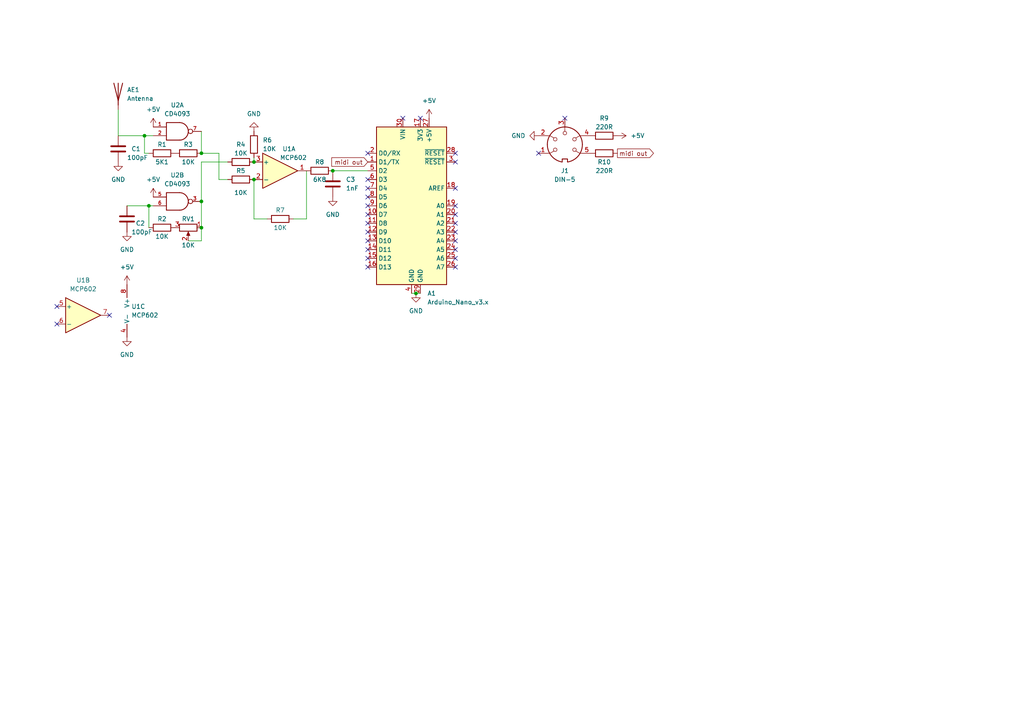
<source format=kicad_sch>
(kicad_sch (version 20211123) (generator eeschema)

  (uuid e63e39d7-6ac0-4ffd-8aa3-1841a4541b55)

  (paper "A4")

  (lib_symbols
    (symbol "74xGxx:74AHC2G00" (pin_names (offset 1.016)) (in_bom yes) (on_board yes)
      (property "Reference" "U" (id 0) (at -2.54 3.81 0)
        (effects (font (size 1.27 1.27)))
      )
      (property "Value" "74AHC2G00" (id 1) (at 0 -3.81 0)
        (effects (font (size 1.27 1.27)))
      )
      (property "Footprint" "" (id 2) (at 0 0 0)
        (effects (font (size 1.27 1.27)) hide)
      )
      (property "Datasheet" "https://assets.nexperia.com/documents/data-sheet/74AHC_AHCT2G00.pdf" (id 3) (at 0 0 0)
        (effects (font (size 1.27 1.27)) hide)
      )
      (property "ki_keywords" "Dual Gate NAND LVC CMOS" (id 4) (at 0 0 0)
        (effects (font (size 1.27 1.27)) hide)
      )
      (property "ki_description" "Dual NAND Gate, High-speed Si-gate CMOS" (id 5) (at 0 0 0)
        (effects (font (size 1.27 1.27)) hide)
      )
      (property "ki_fp_filters" "SSOP* VSSOP*" (id 6) (at 0 0 0)
        (effects (font (size 1.27 1.27)) hide)
      )
      (symbol "74AHC2G00_0_1"
        (arc (start 0 -2.54) (mid 2.54 0) (end 0 2.54)
          (stroke (width 0.254) (type default) (color 0 0 0 0))
          (fill (type none))
        )
        (polyline
          (pts
            (xy 0 -2.54)
            (xy -3.81 -2.54)
            (xy -3.81 2.54)
            (xy 0 2.54)
          )
          (stroke (width 0.254) (type default) (color 0 0 0 0))
          (fill (type none))
        )
        (pin power_in line (at 0 -2.54 270) (length 0) hide
          (name "GND" (effects (font (size 1.016 1.016))))
          (number "4" (effects (font (size 1.016 1.016))))
        )
        (pin power_in line (at 0 2.54 90) (length 0) hide
          (name "VCC" (effects (font (size 1.016 1.016))))
          (number "8" (effects (font (size 1.016 1.016))))
        )
      )
      (symbol "74AHC2G00_1_1"
        (pin input line (at -7.62 1.27 0) (length 3.81)
          (name "~" (effects (font (size 1.016 1.016))))
          (number "1" (effects (font (size 1.016 1.016))))
        )
        (pin input line (at -7.62 -1.27 0) (length 3.81)
          (name "~" (effects (font (size 1.016 1.016))))
          (number "2" (effects (font (size 1.016 1.016))))
        )
        (pin output inverted (at 6.35 0 180) (length 3.81)
          (name "~" (effects (font (size 1.016 1.016))))
          (number "7" (effects (font (size 1.016 1.016))))
        )
      )
      (symbol "74AHC2G00_2_1"
        (pin output inverted (at 6.35 0 180) (length 3.81)
          (name "~" (effects (font (size 1.016 1.016))))
          (number "3" (effects (font (size 1.016 1.016))))
        )
        (pin input line (at -7.62 1.27 0) (length 3.81)
          (name "~" (effects (font (size 1.016 1.016))))
          (number "5" (effects (font (size 1.016 1.016))))
        )
        (pin input line (at -7.62 -1.27 0) (length 3.81)
          (name "~" (effects (font (size 1.016 1.016))))
          (number "6" (effects (font (size 1.016 1.016))))
        )
      )
    )
    (symbol "Amplifier_Operational:MCP602" (pin_names (offset 0.127)) (in_bom yes) (on_board yes)
      (property "Reference" "U" (id 0) (at 0 5.08 0)
        (effects (font (size 1.27 1.27)) (justify left))
      )
      (property "Value" "MCP602" (id 1) (at 0 -5.08 0)
        (effects (font (size 1.27 1.27)) (justify left))
      )
      (property "Footprint" "" (id 2) (at 0 0 0)
        (effects (font (size 1.27 1.27)) hide)
      )
      (property "Datasheet" "http://ww1.microchip.com/downloads/en/DeviceDoc/21314g.pdf" (id 3) (at 0 0 0)
        (effects (font (size 1.27 1.27)) hide)
      )
      (property "ki_locked" "" (id 4) (at 0 0 0)
        (effects (font (size 1.27 1.27)))
      )
      (property "ki_keywords" "dual opamp" (id 5) (at 0 0 0)
        (effects (font (size 1.27 1.27)) hide)
      )
      (property "ki_description" "Dual 2.7V to 6.0V Single Supply CMOS Op Amps, DIP-8/SOIC-8/TSSOP-8" (id 6) (at 0 0 0)
        (effects (font (size 1.27 1.27)) hide)
      )
      (property "ki_fp_filters" "SOIC*3.9x4.9mm*P1.27mm* DIP*W7.62mm* TO*99* OnSemi*Micro8* TSSOP*3x3mm*P0.65mm* TSSOP*4.4x3mm*P0.65mm* MSOP*3x3mm*P0.65mm* SSOP*3.9x4.9mm*P0.635mm* LFCSP*2x2mm*P0.5mm* *SIP* SOIC*5.3x6.2mm*P1.27mm*" (id 7) (at 0 0 0)
        (effects (font (size 1.27 1.27)) hide)
      )
      (symbol "MCP602_1_1"
        (polyline
          (pts
            (xy -5.08 5.08)
            (xy 5.08 0)
            (xy -5.08 -5.08)
            (xy -5.08 5.08)
          )
          (stroke (width 0.254) (type default) (color 0 0 0 0))
          (fill (type background))
        )
        (pin output line (at 7.62 0 180) (length 2.54)
          (name "~" (effects (font (size 1.27 1.27))))
          (number "1" (effects (font (size 1.27 1.27))))
        )
        (pin input line (at -7.62 -2.54 0) (length 2.54)
          (name "-" (effects (font (size 1.27 1.27))))
          (number "2" (effects (font (size 1.27 1.27))))
        )
        (pin input line (at -7.62 2.54 0) (length 2.54)
          (name "+" (effects (font (size 1.27 1.27))))
          (number "3" (effects (font (size 1.27 1.27))))
        )
      )
      (symbol "MCP602_2_1"
        (polyline
          (pts
            (xy -5.08 5.08)
            (xy 5.08 0)
            (xy -5.08 -5.08)
            (xy -5.08 5.08)
          )
          (stroke (width 0.254) (type default) (color 0 0 0 0))
          (fill (type background))
        )
        (pin input line (at -7.62 2.54 0) (length 2.54)
          (name "+" (effects (font (size 1.27 1.27))))
          (number "5" (effects (font (size 1.27 1.27))))
        )
        (pin input line (at -7.62 -2.54 0) (length 2.54)
          (name "-" (effects (font (size 1.27 1.27))))
          (number "6" (effects (font (size 1.27 1.27))))
        )
        (pin output line (at 7.62 0 180) (length 2.54)
          (name "~" (effects (font (size 1.27 1.27))))
          (number "7" (effects (font (size 1.27 1.27))))
        )
      )
      (symbol "MCP602_3_1"
        (pin power_in line (at -2.54 -7.62 90) (length 3.81)
          (name "V-" (effects (font (size 1.27 1.27))))
          (number "4" (effects (font (size 1.27 1.27))))
        )
        (pin power_in line (at -2.54 7.62 270) (length 3.81)
          (name "V+" (effects (font (size 1.27 1.27))))
          (number "8" (effects (font (size 1.27 1.27))))
        )
      )
    )
    (symbol "Connector:DIN-5" (pin_names (offset 1.016)) (in_bom yes) (on_board yes)
      (property "Reference" "J" (id 0) (at 3.175 5.715 0)
        (effects (font (size 1.27 1.27)))
      )
      (property "Value" "DIN-5" (id 1) (at 0 -6.35 0)
        (effects (font (size 1.27 1.27)))
      )
      (property "Footprint" "" (id 2) (at 0 0 0)
        (effects (font (size 1.27 1.27)) hide)
      )
      (property "Datasheet" "http://www.mouser.com/ds/2/18/40_c091_abd_e-75918.pdf" (id 3) (at 0 0 0)
        (effects (font (size 1.27 1.27)) hide)
      )
      (property "ki_keywords" "circular DIN connector" (id 4) (at 0 0 0)
        (effects (font (size 1.27 1.27)) hide)
      )
      (property "ki_description" "5-pin DIN connector" (id 5) (at 0 0 0)
        (effects (font (size 1.27 1.27)) hide)
      )
      (property "ki_fp_filters" "DIN*" (id 6) (at 0 0 0)
        (effects (font (size 1.27 1.27)) hide)
      )
      (symbol "DIN-5_0_1"
        (arc (start -5.08 0) (mid -3.8597 -3.3379) (end -0.762 -5.08)
          (stroke (width 0.254) (type default) (color 0 0 0 0))
          (fill (type none))
        )
        (circle (center -2.794 -1.524) (radius 0.508)
          (stroke (width 0) (type default) (color 0 0 0 0))
          (fill (type none))
        )
        (circle (center -2.794 1.524) (radius 0.508)
          (stroke (width 0) (type default) (color 0 0 0 0))
          (fill (type none))
        )
        (polyline
          (pts
            (xy 0 5.08)
            (xy 0 3.81)
          )
          (stroke (width 0) (type default) (color 0 0 0 0))
          (fill (type none))
        )
        (polyline
          (pts
            (xy -5.08 -2.54)
            (xy -4.318 -2.54)
            (xy -3.175 -1.905)
          )
          (stroke (width 0) (type default) (color 0 0 0 0))
          (fill (type none))
        )
        (polyline
          (pts
            (xy -5.08 2.54)
            (xy -4.318 2.54)
            (xy -3.175 1.905)
          )
          (stroke (width 0) (type default) (color 0 0 0 0))
          (fill (type none))
        )
        (polyline
          (pts
            (xy 5.08 -2.54)
            (xy 4.318 -2.54)
            (xy 3.175 -1.905)
          )
          (stroke (width 0) (type default) (color 0 0 0 0))
          (fill (type none))
        )
        (polyline
          (pts
            (xy 5.08 2.54)
            (xy 4.318 2.54)
            (xy 3.175 1.905)
          )
          (stroke (width 0) (type default) (color 0 0 0 0))
          (fill (type none))
        )
        (polyline
          (pts
            (xy -0.762 -4.953)
            (xy -0.762 -4.191)
            (xy 0.762 -4.191)
            (xy 0.762 -4.953)
          )
          (stroke (width 0.254) (type default) (color 0 0 0 0))
          (fill (type none))
        )
        (circle (center 0 3.302) (radius 0.508)
          (stroke (width 0) (type default) (color 0 0 0 0))
          (fill (type none))
        )
        (arc (start 0.762 -5.08) (mid 3.8673 -3.3444) (end 5.08 0)
          (stroke (width 0.254) (type default) (color 0 0 0 0))
          (fill (type none))
        )
        (circle (center 2.794 -1.524) (radius 0.508)
          (stroke (width 0) (type default) (color 0 0 0 0))
          (fill (type none))
        )
        (circle (center 2.794 1.524) (radius 0.508)
          (stroke (width 0) (type default) (color 0 0 0 0))
          (fill (type none))
        )
        (arc (start 5.08 0) (mid 0 5.08) (end -5.08 0)
          (stroke (width 0.254) (type default) (color 0 0 0 0))
          (fill (type none))
        )
      )
      (symbol "DIN-5_1_1"
        (pin passive line (at -7.62 -2.54 0) (length 2.54)
          (name "~" (effects (font (size 1.27 1.27))))
          (number "1" (effects (font (size 1.27 1.27))))
        )
        (pin passive line (at -7.62 2.54 0) (length 2.54)
          (name "~" (effects (font (size 1.27 1.27))))
          (number "2" (effects (font (size 1.27 1.27))))
        )
        (pin passive line (at 0 7.62 270) (length 2.54)
          (name "~" (effects (font (size 1.27 1.27))))
          (number "3" (effects (font (size 1.27 1.27))))
        )
        (pin passive line (at 7.62 2.54 180) (length 2.54)
          (name "~" (effects (font (size 1.27 1.27))))
          (number "4" (effects (font (size 1.27 1.27))))
        )
        (pin passive line (at 7.62 -2.54 180) (length 2.54)
          (name "~" (effects (font (size 1.27 1.27))))
          (number "5" (effects (font (size 1.27 1.27))))
        )
      )
    )
    (symbol "Device:Antenna" (pin_numbers hide) (pin_names (offset 1.016) hide) (in_bom yes) (on_board yes)
      (property "Reference" "AE" (id 0) (at -1.905 1.905 0)
        (effects (font (size 1.27 1.27)) (justify right))
      )
      (property "Value" "Antenna" (id 1) (at -1.905 0 0)
        (effects (font (size 1.27 1.27)) (justify right))
      )
      (property "Footprint" "" (id 2) (at 0 0 0)
        (effects (font (size 1.27 1.27)) hide)
      )
      (property "Datasheet" "~" (id 3) (at 0 0 0)
        (effects (font (size 1.27 1.27)) hide)
      )
      (property "ki_keywords" "antenna" (id 4) (at 0 0 0)
        (effects (font (size 1.27 1.27)) hide)
      )
      (property "ki_description" "Antenna" (id 5) (at 0 0 0)
        (effects (font (size 1.27 1.27)) hide)
      )
      (symbol "Antenna_0_1"
        (polyline
          (pts
            (xy 0 2.54)
            (xy 0 -3.81)
          )
          (stroke (width 0.254) (type default) (color 0 0 0 0))
          (fill (type none))
        )
        (polyline
          (pts
            (xy 1.27 2.54)
            (xy 0 -2.54)
            (xy -1.27 2.54)
          )
          (stroke (width 0.254) (type default) (color 0 0 0 0))
          (fill (type none))
        )
      )
      (symbol "Antenna_1_1"
        (pin input line (at 0 -5.08 90) (length 2.54)
          (name "A" (effects (font (size 1.27 1.27))))
          (number "1" (effects (font (size 1.27 1.27))))
        )
      )
    )
    (symbol "Device:C" (pin_numbers hide) (pin_names (offset 0.254)) (in_bom yes) (on_board yes)
      (property "Reference" "C" (id 0) (at 0.635 2.54 0)
        (effects (font (size 1.27 1.27)) (justify left))
      )
      (property "Value" "C" (id 1) (at 0.635 -2.54 0)
        (effects (font (size 1.27 1.27)) (justify left))
      )
      (property "Footprint" "" (id 2) (at 0.9652 -3.81 0)
        (effects (font (size 1.27 1.27)) hide)
      )
      (property "Datasheet" "~" (id 3) (at 0 0 0)
        (effects (font (size 1.27 1.27)) hide)
      )
      (property "ki_keywords" "cap capacitor" (id 4) (at 0 0 0)
        (effects (font (size 1.27 1.27)) hide)
      )
      (property "ki_description" "Unpolarized capacitor" (id 5) (at 0 0 0)
        (effects (font (size 1.27 1.27)) hide)
      )
      (property "ki_fp_filters" "C_*" (id 6) (at 0 0 0)
        (effects (font (size 1.27 1.27)) hide)
      )
      (symbol "C_0_1"
        (polyline
          (pts
            (xy -2.032 -0.762)
            (xy 2.032 -0.762)
          )
          (stroke (width 0.508) (type default) (color 0 0 0 0))
          (fill (type none))
        )
        (polyline
          (pts
            (xy -2.032 0.762)
            (xy 2.032 0.762)
          )
          (stroke (width 0.508) (type default) (color 0 0 0 0))
          (fill (type none))
        )
      )
      (symbol "C_1_1"
        (pin passive line (at 0 3.81 270) (length 2.794)
          (name "~" (effects (font (size 1.27 1.27))))
          (number "1" (effects (font (size 1.27 1.27))))
        )
        (pin passive line (at 0 -3.81 90) (length 2.794)
          (name "~" (effects (font (size 1.27 1.27))))
          (number "2" (effects (font (size 1.27 1.27))))
        )
      )
    )
    (symbol "Device:R" (pin_numbers hide) (pin_names (offset 0)) (in_bom yes) (on_board yes)
      (property "Reference" "R" (id 0) (at 2.032 0 90)
        (effects (font (size 1.27 1.27)))
      )
      (property "Value" "R" (id 1) (at 0 0 90)
        (effects (font (size 1.27 1.27)))
      )
      (property "Footprint" "" (id 2) (at -1.778 0 90)
        (effects (font (size 1.27 1.27)) hide)
      )
      (property "Datasheet" "~" (id 3) (at 0 0 0)
        (effects (font (size 1.27 1.27)) hide)
      )
      (property "ki_keywords" "R res resistor" (id 4) (at 0 0 0)
        (effects (font (size 1.27 1.27)) hide)
      )
      (property "ki_description" "Resistor" (id 5) (at 0 0 0)
        (effects (font (size 1.27 1.27)) hide)
      )
      (property "ki_fp_filters" "R_*" (id 6) (at 0 0 0)
        (effects (font (size 1.27 1.27)) hide)
      )
      (symbol "R_0_1"
        (rectangle (start -1.016 -2.54) (end 1.016 2.54)
          (stroke (width 0.254) (type default) (color 0 0 0 0))
          (fill (type none))
        )
      )
      (symbol "R_1_1"
        (pin passive line (at 0 3.81 270) (length 1.27)
          (name "~" (effects (font (size 1.27 1.27))))
          (number "1" (effects (font (size 1.27 1.27))))
        )
        (pin passive line (at 0 -3.81 90) (length 1.27)
          (name "~" (effects (font (size 1.27 1.27))))
          (number "2" (effects (font (size 1.27 1.27))))
        )
      )
    )
    (symbol "Device:R_Potentiometer" (pin_names (offset 1.016) hide) (in_bom yes) (on_board yes)
      (property "Reference" "RV" (id 0) (at -4.445 0 90)
        (effects (font (size 1.27 1.27)))
      )
      (property "Value" "R_Potentiometer" (id 1) (at -2.54 0 90)
        (effects (font (size 1.27 1.27)))
      )
      (property "Footprint" "" (id 2) (at 0 0 0)
        (effects (font (size 1.27 1.27)) hide)
      )
      (property "Datasheet" "~" (id 3) (at 0 0 0)
        (effects (font (size 1.27 1.27)) hide)
      )
      (property "ki_keywords" "resistor variable" (id 4) (at 0 0 0)
        (effects (font (size 1.27 1.27)) hide)
      )
      (property "ki_description" "Potentiometer" (id 5) (at 0 0 0)
        (effects (font (size 1.27 1.27)) hide)
      )
      (property "ki_fp_filters" "Potentiometer*" (id 6) (at 0 0 0)
        (effects (font (size 1.27 1.27)) hide)
      )
      (symbol "R_Potentiometer_0_1"
        (polyline
          (pts
            (xy 2.54 0)
            (xy 1.524 0)
          )
          (stroke (width 0) (type default) (color 0 0 0 0))
          (fill (type none))
        )
        (polyline
          (pts
            (xy 1.143 0)
            (xy 2.286 0.508)
            (xy 2.286 -0.508)
            (xy 1.143 0)
          )
          (stroke (width 0) (type default) (color 0 0 0 0))
          (fill (type outline))
        )
        (rectangle (start 1.016 2.54) (end -1.016 -2.54)
          (stroke (width 0.254) (type default) (color 0 0 0 0))
          (fill (type none))
        )
      )
      (symbol "R_Potentiometer_1_1"
        (pin passive line (at 0 3.81 270) (length 1.27)
          (name "1" (effects (font (size 1.27 1.27))))
          (number "1" (effects (font (size 1.27 1.27))))
        )
        (pin passive line (at 3.81 0 180) (length 1.27)
          (name "2" (effects (font (size 1.27 1.27))))
          (number "2" (effects (font (size 1.27 1.27))))
        )
        (pin passive line (at 0 -3.81 90) (length 1.27)
          (name "3" (effects (font (size 1.27 1.27))))
          (number "3" (effects (font (size 1.27 1.27))))
        )
      )
    )
    (symbol "MCU_Module:Arduino_Nano_v3.x" (in_bom yes) (on_board yes)
      (property "Reference" "A" (id 0) (at -10.16 23.495 0)
        (effects (font (size 1.27 1.27)) (justify left bottom))
      )
      (property "Value" "Arduino_Nano_v3.x" (id 1) (at 5.08 -24.13 0)
        (effects (font (size 1.27 1.27)) (justify left top))
      )
      (property "Footprint" "Module:Arduino_Nano" (id 2) (at 0 0 0)
        (effects (font (size 1.27 1.27) italic) hide)
      )
      (property "Datasheet" "http://www.mouser.com/pdfdocs/Gravitech_Arduino_Nano3_0.pdf" (id 3) (at 0 0 0)
        (effects (font (size 1.27 1.27)) hide)
      )
      (property "ki_keywords" "Arduino nano microcontroller module USB" (id 4) (at 0 0 0)
        (effects (font (size 1.27 1.27)) hide)
      )
      (property "ki_description" "Arduino Nano v3.x" (id 5) (at 0 0 0)
        (effects (font (size 1.27 1.27)) hide)
      )
      (property "ki_fp_filters" "Arduino*Nano*" (id 6) (at 0 0 0)
        (effects (font (size 1.27 1.27)) hide)
      )
      (symbol "Arduino_Nano_v3.x_0_1"
        (rectangle (start -10.16 22.86) (end 10.16 -22.86)
          (stroke (width 0.254) (type default) (color 0 0 0 0))
          (fill (type background))
        )
      )
      (symbol "Arduino_Nano_v3.x_1_1"
        (pin bidirectional line (at -12.7 12.7 0) (length 2.54)
          (name "D1/TX" (effects (font (size 1.27 1.27))))
          (number "1" (effects (font (size 1.27 1.27))))
        )
        (pin bidirectional line (at -12.7 -2.54 0) (length 2.54)
          (name "D7" (effects (font (size 1.27 1.27))))
          (number "10" (effects (font (size 1.27 1.27))))
        )
        (pin bidirectional line (at -12.7 -5.08 0) (length 2.54)
          (name "D8" (effects (font (size 1.27 1.27))))
          (number "11" (effects (font (size 1.27 1.27))))
        )
        (pin bidirectional line (at -12.7 -7.62 0) (length 2.54)
          (name "D9" (effects (font (size 1.27 1.27))))
          (number "12" (effects (font (size 1.27 1.27))))
        )
        (pin bidirectional line (at -12.7 -10.16 0) (length 2.54)
          (name "D10" (effects (font (size 1.27 1.27))))
          (number "13" (effects (font (size 1.27 1.27))))
        )
        (pin bidirectional line (at -12.7 -12.7 0) (length 2.54)
          (name "D11" (effects (font (size 1.27 1.27))))
          (number "14" (effects (font (size 1.27 1.27))))
        )
        (pin bidirectional line (at -12.7 -15.24 0) (length 2.54)
          (name "D12" (effects (font (size 1.27 1.27))))
          (number "15" (effects (font (size 1.27 1.27))))
        )
        (pin bidirectional line (at -12.7 -17.78 0) (length 2.54)
          (name "D13" (effects (font (size 1.27 1.27))))
          (number "16" (effects (font (size 1.27 1.27))))
        )
        (pin power_out line (at 2.54 25.4 270) (length 2.54)
          (name "3V3" (effects (font (size 1.27 1.27))))
          (number "17" (effects (font (size 1.27 1.27))))
        )
        (pin input line (at 12.7 5.08 180) (length 2.54)
          (name "AREF" (effects (font (size 1.27 1.27))))
          (number "18" (effects (font (size 1.27 1.27))))
        )
        (pin bidirectional line (at 12.7 0 180) (length 2.54)
          (name "A0" (effects (font (size 1.27 1.27))))
          (number "19" (effects (font (size 1.27 1.27))))
        )
        (pin bidirectional line (at -12.7 15.24 0) (length 2.54)
          (name "D0/RX" (effects (font (size 1.27 1.27))))
          (number "2" (effects (font (size 1.27 1.27))))
        )
        (pin bidirectional line (at 12.7 -2.54 180) (length 2.54)
          (name "A1" (effects (font (size 1.27 1.27))))
          (number "20" (effects (font (size 1.27 1.27))))
        )
        (pin bidirectional line (at 12.7 -5.08 180) (length 2.54)
          (name "A2" (effects (font (size 1.27 1.27))))
          (number "21" (effects (font (size 1.27 1.27))))
        )
        (pin bidirectional line (at 12.7 -7.62 180) (length 2.54)
          (name "A3" (effects (font (size 1.27 1.27))))
          (number "22" (effects (font (size 1.27 1.27))))
        )
        (pin bidirectional line (at 12.7 -10.16 180) (length 2.54)
          (name "A4" (effects (font (size 1.27 1.27))))
          (number "23" (effects (font (size 1.27 1.27))))
        )
        (pin bidirectional line (at 12.7 -12.7 180) (length 2.54)
          (name "A5" (effects (font (size 1.27 1.27))))
          (number "24" (effects (font (size 1.27 1.27))))
        )
        (pin bidirectional line (at 12.7 -15.24 180) (length 2.54)
          (name "A6" (effects (font (size 1.27 1.27))))
          (number "25" (effects (font (size 1.27 1.27))))
        )
        (pin bidirectional line (at 12.7 -17.78 180) (length 2.54)
          (name "A7" (effects (font (size 1.27 1.27))))
          (number "26" (effects (font (size 1.27 1.27))))
        )
        (pin power_out line (at 5.08 25.4 270) (length 2.54)
          (name "+5V" (effects (font (size 1.27 1.27))))
          (number "27" (effects (font (size 1.27 1.27))))
        )
        (pin input line (at 12.7 15.24 180) (length 2.54)
          (name "~{RESET}" (effects (font (size 1.27 1.27))))
          (number "28" (effects (font (size 1.27 1.27))))
        )
        (pin power_in line (at 2.54 -25.4 90) (length 2.54)
          (name "GND" (effects (font (size 1.27 1.27))))
          (number "29" (effects (font (size 1.27 1.27))))
        )
        (pin input line (at 12.7 12.7 180) (length 2.54)
          (name "~{RESET}" (effects (font (size 1.27 1.27))))
          (number "3" (effects (font (size 1.27 1.27))))
        )
        (pin power_in line (at -2.54 25.4 270) (length 2.54)
          (name "VIN" (effects (font (size 1.27 1.27))))
          (number "30" (effects (font (size 1.27 1.27))))
        )
        (pin power_in line (at 0 -25.4 90) (length 2.54)
          (name "GND" (effects (font (size 1.27 1.27))))
          (number "4" (effects (font (size 1.27 1.27))))
        )
        (pin bidirectional line (at -12.7 10.16 0) (length 2.54)
          (name "D2" (effects (font (size 1.27 1.27))))
          (number "5" (effects (font (size 1.27 1.27))))
        )
        (pin bidirectional line (at -12.7 7.62 0) (length 2.54)
          (name "D3" (effects (font (size 1.27 1.27))))
          (number "6" (effects (font (size 1.27 1.27))))
        )
        (pin bidirectional line (at -12.7 5.08 0) (length 2.54)
          (name "D4" (effects (font (size 1.27 1.27))))
          (number "7" (effects (font (size 1.27 1.27))))
        )
        (pin bidirectional line (at -12.7 2.54 0) (length 2.54)
          (name "D5" (effects (font (size 1.27 1.27))))
          (number "8" (effects (font (size 1.27 1.27))))
        )
        (pin bidirectional line (at -12.7 0 0) (length 2.54)
          (name "D6" (effects (font (size 1.27 1.27))))
          (number "9" (effects (font (size 1.27 1.27))))
        )
      )
    )
    (symbol "power:+5V" (power) (pin_names (offset 0)) (in_bom yes) (on_board yes)
      (property "Reference" "#PWR" (id 0) (at 0 -3.81 0)
        (effects (font (size 1.27 1.27)) hide)
      )
      (property "Value" "+5V" (id 1) (at 0 3.556 0)
        (effects (font (size 1.27 1.27)))
      )
      (property "Footprint" "" (id 2) (at 0 0 0)
        (effects (font (size 1.27 1.27)) hide)
      )
      (property "Datasheet" "" (id 3) (at 0 0 0)
        (effects (font (size 1.27 1.27)) hide)
      )
      (property "ki_keywords" "power-flag" (id 4) (at 0 0 0)
        (effects (font (size 1.27 1.27)) hide)
      )
      (property "ki_description" "Power symbol creates a global label with name \"+5V\"" (id 5) (at 0 0 0)
        (effects (font (size 1.27 1.27)) hide)
      )
      (symbol "+5V_0_1"
        (polyline
          (pts
            (xy -0.762 1.27)
            (xy 0 2.54)
          )
          (stroke (width 0) (type default) (color 0 0 0 0))
          (fill (type none))
        )
        (polyline
          (pts
            (xy 0 0)
            (xy 0 2.54)
          )
          (stroke (width 0) (type default) (color 0 0 0 0))
          (fill (type none))
        )
        (polyline
          (pts
            (xy 0 2.54)
            (xy 0.762 1.27)
          )
          (stroke (width 0) (type default) (color 0 0 0 0))
          (fill (type none))
        )
      )
      (symbol "+5V_1_1"
        (pin power_in line (at 0 0 90) (length 0) hide
          (name "+5V" (effects (font (size 1.27 1.27))))
          (number "1" (effects (font (size 1.27 1.27))))
        )
      )
    )
    (symbol "power:GND" (power) (pin_names (offset 0)) (in_bom yes) (on_board yes)
      (property "Reference" "#PWR" (id 0) (at 0 -6.35 0)
        (effects (font (size 1.27 1.27)) hide)
      )
      (property "Value" "GND" (id 1) (at 0 -3.81 0)
        (effects (font (size 1.27 1.27)))
      )
      (property "Footprint" "" (id 2) (at 0 0 0)
        (effects (font (size 1.27 1.27)) hide)
      )
      (property "Datasheet" "" (id 3) (at 0 0 0)
        (effects (font (size 1.27 1.27)) hide)
      )
      (property "ki_keywords" "power-flag" (id 4) (at 0 0 0)
        (effects (font (size 1.27 1.27)) hide)
      )
      (property "ki_description" "Power symbol creates a global label with name \"GND\" , ground" (id 5) (at 0 0 0)
        (effects (font (size 1.27 1.27)) hide)
      )
      (symbol "GND_0_1"
        (polyline
          (pts
            (xy 0 0)
            (xy 0 -1.27)
            (xy 1.27 -1.27)
            (xy 0 -2.54)
            (xy -1.27 -1.27)
            (xy 0 -1.27)
          )
          (stroke (width 0) (type default) (color 0 0 0 0))
          (fill (type none))
        )
      )
      (symbol "GND_1_1"
        (pin power_in line (at 0 0 270) (length 0) hide
          (name "GND" (effects (font (size 1.27 1.27))))
          (number "1" (effects (font (size 1.27 1.27))))
        )
      )
    )
  )

  (junction (at 58.42 58.42) (diameter 0) (color 0 0 0 0)
    (uuid 00c30879-adc7-4207-8e73-00157cbddd32)
  )
  (junction (at 58.42 44.45) (diameter 0) (color 0 0 0 0)
    (uuid 20b5a6f4-ced3-46a8-849d-7923547e060a)
  )
  (junction (at 73.66 52.07) (diameter 0) (color 0 0 0 0)
    (uuid 8edc1b10-439e-482c-b656-480b82708652)
  )
  (junction (at 58.42 66.04) (diameter 0) (color 0 0 0 0)
    (uuid 8fabe4c0-ca71-4527-8f87-324a597e7a20)
  )
  (junction (at 41.91 39.37) (diameter 0) (color 0 0 0 0)
    (uuid 9d571d20-99ec-429e-a321-8982be849846)
  )
  (junction (at 96.52 49.53) (diameter 0) (color 0 0 0 0)
    (uuid 9f60c3c7-04ac-4715-a363-731c98664932)
  )
  (junction (at 43.18 59.69) (diameter 0) (color 0 0 0 0)
    (uuid b540a3cf-9095-450b-b8f8-313f155f1b26)
  )
  (junction (at 120.65 85.09) (diameter 0) (color 0 0 0 0)
    (uuid daab9ceb-c23e-421d-a33a-0f0c64157df0)
  )
  (junction (at 73.66 46.99) (diameter 0) (color 0 0 0 0)
    (uuid dcf85b2e-72b7-41cb-87a0-2413166cc235)
  )

  (no_connect (at 31.75 91.44) (uuid 13bab6b5-0a6b-4f19-86dc-f14d697fc29e))
  (no_connect (at 16.51 93.98) (uuid 13bab6b5-0a6b-4f19-86dc-f14d697fc29f))
  (no_connect (at 16.51 88.9) (uuid 13bab6b5-0a6b-4f19-86dc-f14d697fc2a0))
  (no_connect (at 106.68 69.85) (uuid 13bab6b5-0a6b-4f19-86dc-f14d697fc2a1))
  (no_connect (at 106.68 72.39) (uuid 13bab6b5-0a6b-4f19-86dc-f14d697fc2a2))
  (no_connect (at 106.68 74.93) (uuid 13bab6b5-0a6b-4f19-86dc-f14d697fc2a3))
  (no_connect (at 106.68 77.47) (uuid 13bab6b5-0a6b-4f19-86dc-f14d697fc2a4))
  (no_connect (at 132.08 77.47) (uuid 13bab6b5-0a6b-4f19-86dc-f14d697fc2a5))
  (no_connect (at 132.08 74.93) (uuid 13bab6b5-0a6b-4f19-86dc-f14d697fc2a6))
  (no_connect (at 132.08 72.39) (uuid 13bab6b5-0a6b-4f19-86dc-f14d697fc2a7))
  (no_connect (at 132.08 69.85) (uuid 13bab6b5-0a6b-4f19-86dc-f14d697fc2a8))
  (no_connect (at 156.21 44.45) (uuid 13bab6b5-0a6b-4f19-86dc-f14d697fc2a9))
  (no_connect (at 163.83 34.29) (uuid 13bab6b5-0a6b-4f19-86dc-f14d697fc2aa))
  (no_connect (at 106.68 54.61) (uuid 13bab6b5-0a6b-4f19-86dc-f14d697fc2ab))
  (no_connect (at 106.68 52.07) (uuid 13bab6b5-0a6b-4f19-86dc-f14d697fc2ac))
  (no_connect (at 106.68 57.15) (uuid 13bab6b5-0a6b-4f19-86dc-f14d697fc2ad))
  (no_connect (at 106.68 59.69) (uuid 13bab6b5-0a6b-4f19-86dc-f14d697fc2ae))
  (no_connect (at 106.68 62.23) (uuid 13bab6b5-0a6b-4f19-86dc-f14d697fc2af))
  (no_connect (at 106.68 64.77) (uuid 13bab6b5-0a6b-4f19-86dc-f14d697fc2b0))
  (no_connect (at 106.68 67.31) (uuid 13bab6b5-0a6b-4f19-86dc-f14d697fc2b1))
  (no_connect (at 116.84 34.29) (uuid 13bab6b5-0a6b-4f19-86dc-f14d697fc2b2))
  (no_connect (at 121.92 34.29) (uuid 13bab6b5-0a6b-4f19-86dc-f14d697fc2b3))
  (no_connect (at 106.68 44.45) (uuid 13bab6b5-0a6b-4f19-86dc-f14d697fc2b4))
  (no_connect (at 132.08 67.31) (uuid 13bab6b5-0a6b-4f19-86dc-f14d697fc2b5))
  (no_connect (at 132.08 64.77) (uuid 13bab6b5-0a6b-4f19-86dc-f14d697fc2b6))
  (no_connect (at 132.08 62.23) (uuid 13bab6b5-0a6b-4f19-86dc-f14d697fc2b7))
  (no_connect (at 132.08 59.69) (uuid 13bab6b5-0a6b-4f19-86dc-f14d697fc2b8))
  (no_connect (at 132.08 46.99) (uuid 9b5550d8-2672-4852-a454-13f39a178467))
  (no_connect (at 132.08 44.45) (uuid 9b5550d8-2672-4852-a454-13f39a178468))
  (no_connect (at 132.08 54.61) (uuid 9b5550d8-2672-4852-a454-13f39a178469))

  (wire (pts (xy 41.91 39.37) (xy 41.91 44.45))
    (stroke (width 0) (type default) (color 0 0 0 0))
    (uuid 054e6357-b3a2-41dd-bdee-db9c4bb94842)
  )
  (wire (pts (xy 120.65 85.09) (xy 121.92 85.09))
    (stroke (width 0) (type default) (color 0 0 0 0))
    (uuid 1751fc7c-d5e9-4972-b95e-6401e0b44f2f)
  )
  (wire (pts (xy 34.29 31.75) (xy 34.29 39.37))
    (stroke (width 0) (type default) (color 0 0 0 0))
    (uuid 2251a3c2-fb48-4ef6-9776-e36c07a3aa92)
  )
  (wire (pts (xy 119.38 85.09) (xy 120.65 85.09))
    (stroke (width 0) (type default) (color 0 0 0 0))
    (uuid 23749240-7ecb-4a95-929f-89d303558443)
  )
  (wire (pts (xy 88.9 63.5) (xy 88.9 49.53))
    (stroke (width 0) (type default) (color 0 0 0 0))
    (uuid 2e0e39d4-7584-4cdd-8749-f86fe65ad280)
  )
  (wire (pts (xy 73.66 45.72) (xy 73.66 46.99))
    (stroke (width 0) (type default) (color 0 0 0 0))
    (uuid 347372a6-3973-4eaf-8aa7-9b4ab7d3e280)
  )
  (wire (pts (xy 85.09 63.5) (xy 88.9 63.5))
    (stroke (width 0) (type default) (color 0 0 0 0))
    (uuid 3d0830da-df25-4460-9945-520bd6fc127e)
  )
  (wire (pts (xy 43.18 59.69) (xy 44.45 59.69))
    (stroke (width 0) (type default) (color 0 0 0 0))
    (uuid 3d120625-8b7a-45a2-be95-8aba482d94a7)
  )
  (wire (pts (xy 73.66 63.5) (xy 77.47 63.5))
    (stroke (width 0) (type default) (color 0 0 0 0))
    (uuid 3d28242e-3906-4d78-b228-7adc793cefd1)
  )
  (wire (pts (xy 58.42 69.85) (xy 58.42 66.04))
    (stroke (width 0) (type default) (color 0 0 0 0))
    (uuid 3eb7348b-0bd1-415b-8cb5-112b1857b2bb)
  )
  (wire (pts (xy 58.42 46.99) (xy 66.04 46.99))
    (stroke (width 0) (type default) (color 0 0 0 0))
    (uuid 4ba93efa-1447-4c37-9b37-90088fa34ca5)
  )
  (wire (pts (xy 73.66 52.07) (xy 73.66 63.5))
    (stroke (width 0) (type default) (color 0 0 0 0))
    (uuid 4cd6acc0-1bc3-4dde-9b65-6b944954d0c4)
  )
  (wire (pts (xy 41.91 39.37) (xy 44.45 39.37))
    (stroke (width 0) (type default) (color 0 0 0 0))
    (uuid 4e5885ed-0c47-4681-9602-a3417391c85c)
  )
  (wire (pts (xy 63.5 52.07) (xy 66.04 52.07))
    (stroke (width 0) (type default) (color 0 0 0 0))
    (uuid 61384eb1-86e0-4a64-b2f2-0cbfbea2d1b3)
  )
  (wire (pts (xy 58.42 58.42) (xy 58.42 66.04))
    (stroke (width 0) (type default) (color 0 0 0 0))
    (uuid 75b6e32f-cf07-402e-97c3-3851446535b0)
  )
  (wire (pts (xy 43.18 59.69) (xy 43.18 66.04))
    (stroke (width 0) (type default) (color 0 0 0 0))
    (uuid 794b692b-ac59-4434-9bed-77c7cd0865fd)
  )
  (wire (pts (xy 36.83 59.69) (xy 43.18 59.69))
    (stroke (width 0) (type default) (color 0 0 0 0))
    (uuid 8920044e-4105-4746-bf5e-8d53d0029082)
  )
  (wire (pts (xy 96.52 49.53) (xy 106.68 49.53))
    (stroke (width 0) (type default) (color 0 0 0 0))
    (uuid 95a3c5de-6210-4bfc-8644-6b400ee0f717)
  )
  (wire (pts (xy 58.42 58.42) (xy 58.42 46.99))
    (stroke (width 0) (type default) (color 0 0 0 0))
    (uuid aaf72d96-ae92-47f3-b419-71171af20c69)
  )
  (wire (pts (xy 58.42 38.1) (xy 58.42 44.45))
    (stroke (width 0) (type default) (color 0 0 0 0))
    (uuid ad542910-0dae-478c-b358-278d79ea7d06)
  )
  (wire (pts (xy 34.29 39.37) (xy 41.91 39.37))
    (stroke (width 0) (type default) (color 0 0 0 0))
    (uuid b287663f-61be-4819-9523-1331a964301e)
  )
  (wire (pts (xy 41.91 44.45) (xy 43.18 44.45))
    (stroke (width 0) (type default) (color 0 0 0 0))
    (uuid ca75d7c4-a3b1-4ca2-9179-06c0cd5b2345)
  )
  (wire (pts (xy 63.5 44.45) (xy 63.5 52.07))
    (stroke (width 0) (type default) (color 0 0 0 0))
    (uuid d15a0043-d361-4d9e-9945-b2930987313a)
  )
  (wire (pts (xy 54.61 69.85) (xy 58.42 69.85))
    (stroke (width 0) (type default) (color 0 0 0 0))
    (uuid dc419cf3-ff99-4d7f-8321-3891c81b8844)
  )
  (wire (pts (xy 58.42 44.45) (xy 63.5 44.45))
    (stroke (width 0) (type default) (color 0 0 0 0))
    (uuid dd0b0ea2-ae09-45cf-9a14-c2008830b1cd)
  )

  (global_label "midi out" (shape input) (at 106.68 46.99 180) (fields_autoplaced)
    (effects (font (size 1.27 1.27)) (justify right))
    (uuid 75a03b2e-961c-4abd-b034-215ea51723ed)
    (property "Intersheet References" "${INTERSHEET_REFS}" (id 0) (at 96.2236 46.9106 0)
      (effects (font (size 1.27 1.27)) (justify right) hide)
    )
  )
  (global_label "midi out" (shape output) (at 179.07 44.45 0) (fields_autoplaced)
    (effects (font (size 1.27 1.27)) (justify left))
    (uuid b932e7ef-1aa8-480f-9d93-8b55460ad5cb)
    (property "Intersheet References" "${INTERSHEET_REFS}" (id 0) (at 189.5264 44.3706 0)
      (effects (font (size 1.27 1.27)) (justify left) hide)
    )
  )

  (symbol (lib_id "power:GND") (at 73.66 38.1 180) (unit 1)
    (in_bom yes) (on_board yes) (fields_autoplaced)
    (uuid 05d7353c-5c7d-4bf2-9e4c-ad7362a00f9d)
    (property "Reference" "#PWR07" (id 0) (at 73.66 31.75 0)
      (effects (font (size 1.27 1.27)) hide)
    )
    (property "Value" "GND" (id 1) (at 73.66 33.02 0))
    (property "Footprint" "" (id 2) (at 73.66 38.1 0)
      (effects (font (size 1.27 1.27)) hide)
    )
    (property "Datasheet" "" (id 3) (at 73.66 38.1 0)
      (effects (font (size 1.27 1.27)) hide)
    )
    (pin "1" (uuid f5f7bedf-ebcd-4716-963c-b16f793a7cb3))
  )

  (symbol (lib_id "Device:C") (at 96.52 53.34 0) (unit 1)
    (in_bom yes) (on_board yes) (fields_autoplaced)
    (uuid 09b10501-c67e-4396-b58d-7ae75fdb1988)
    (property "Reference" "C3" (id 0) (at 100.33 52.0699 0)
      (effects (font (size 1.27 1.27)) (justify left))
    )
    (property "Value" "1nF" (id 1) (at 100.33 54.6099 0)
      (effects (font (size 1.27 1.27)) (justify left))
    )
    (property "Footprint" "Capacitor_THT:CP_Radial_Tantal_D4.5mm_P2.50mm" (id 2) (at 97.4852 57.15 0)
      (effects (font (size 1.27 1.27)) hide)
    )
    (property "Datasheet" "~" (id 3) (at 96.52 53.34 0)
      (effects (font (size 1.27 1.27)) hide)
    )
    (pin "1" (uuid 2fd94add-0249-46fe-8670-53c50e379501))
    (pin "2" (uuid ebc362e9-ed30-4f97-8e97-537451c4c05d))
  )

  (symbol (lib_id "Device:R") (at 46.99 44.45 90) (unit 1)
    (in_bom yes) (on_board yes)
    (uuid 1014d9e8-bd5f-47cb-b915-844701e44a71)
    (property "Reference" "R1" (id 0) (at 46.99 41.91 90))
    (property "Value" "5K1" (id 1) (at 46.99 46.99 90))
    (property "Footprint" "Resistor_THT:R_Axial_DIN0204_L3.6mm_D1.6mm_P5.08mm_Horizontal" (id 2) (at 46.99 46.228 90)
      (effects (font (size 1.27 1.27)) hide)
    )
    (property "Datasheet" "~" (id 3) (at 46.99 44.45 0)
      (effects (font (size 1.27 1.27)) hide)
    )
    (pin "1" (uuid 613f91d9-f558-4d13-9dbe-381a11812bcf))
    (pin "2" (uuid b265f195-de32-404f-a73c-b2d5ee499e9b))
  )

  (symbol (lib_id "power:GND") (at 36.83 97.79 0) (unit 1)
    (in_bom yes) (on_board yes) (fields_autoplaced)
    (uuid 197505f6-1c77-4f74-95de-dd18eefa4cac)
    (property "Reference" "#PWR04" (id 0) (at 36.83 104.14 0)
      (effects (font (size 1.27 1.27)) hide)
    )
    (property "Value" "GND" (id 1) (at 36.83 102.87 0))
    (property "Footprint" "" (id 2) (at 36.83 97.79 0)
      (effects (font (size 1.27 1.27)) hide)
    )
    (property "Datasheet" "" (id 3) (at 36.83 97.79 0)
      (effects (font (size 1.27 1.27)) hide)
    )
    (pin "1" (uuid cbc798e5-d17f-41ea-a3fd-eb4f59f61ab8))
  )

  (symbol (lib_id "Amplifier_Operational:MCP602") (at 24.13 91.44 0) (unit 2)
    (in_bom yes) (on_board yes) (fields_autoplaced)
    (uuid 1c408391-fc59-4ea9-a0d9-3d99d381c04f)
    (property "Reference" "U1" (id 0) (at 24.13 81.28 0))
    (property "Value" "MCP602" (id 1) (at 24.13 83.82 0))
    (property "Footprint" "Package_DIP:DIP-8_W7.62mm" (id 2) (at 24.13 91.44 0)
      (effects (font (size 1.27 1.27)) hide)
    )
    (property "Datasheet" "http://ww1.microchip.com/downloads/en/DeviceDoc/21314g.pdf" (id 3) (at 24.13 91.44 0)
      (effects (font (size 1.27 1.27)) hide)
    )
    (pin "5" (uuid 600f5cfa-dd31-4607-87c8-5dfbe5b656fa))
    (pin "6" (uuid d32e6966-5cf5-4dfb-b22f-1fe279445894))
    (pin "7" (uuid 56b33c36-8771-424b-8d11-65057408e8e2))
  )

  (symbol (lib_id "Connector:DIN-5") (at 163.83 41.91 0) (unit 1)
    (in_bom yes) (on_board yes) (fields_autoplaced)
    (uuid 1c93b054-b7f8-4d7c-ac0f-49b994f58b24)
    (property "Reference" "J1" (id 0) (at 163.8301 49.53 0))
    (property "Value" "DIN-5" (id 1) (at 163.8301 52.07 0))
    (property "Footprint" "Connectors_UNITRA:DIN-5" (id 2) (at 163.83 41.91 0)
      (effects (font (size 1.27 1.27)) hide)
    )
    (property "Datasheet" "http://www.mouser.com/ds/2/18/40_c091_abd_e-75918.pdf" (id 3) (at 163.83 41.91 0)
      (effects (font (size 1.27 1.27)) hide)
    )
    (pin "1" (uuid 02ff5d34-494f-4e99-96ec-196035688fde))
    (pin "2" (uuid 372454aa-43e3-49bd-8d97-ba7fb0dde3b2))
    (pin "3" (uuid 6a414f0e-5858-462f-8035-10e3e86221e9))
    (pin "4" (uuid e8a51c0c-80f0-4075-94dc-a22c97282b94))
    (pin "5" (uuid 569f4fbe-630c-4fc7-92e1-1b13e9bcb8b4))
  )

  (symbol (lib_id "power:GND") (at 120.65 85.09 0) (unit 1)
    (in_bom yes) (on_board yes) (fields_autoplaced)
    (uuid 1dedeaea-1e77-46c9-b80a-7667dbd8017e)
    (property "Reference" "#PWR09" (id 0) (at 120.65 91.44 0)
      (effects (font (size 1.27 1.27)) hide)
    )
    (property "Value" "GND" (id 1) (at 120.65 90.17 0))
    (property "Footprint" "" (id 2) (at 120.65 85.09 0)
      (effects (font (size 1.27 1.27)) hide)
    )
    (property "Datasheet" "" (id 3) (at 120.65 85.09 0)
      (effects (font (size 1.27 1.27)) hide)
    )
    (pin "1" (uuid ae744b6c-f340-4e25-9031-87b0eefb70c3))
  )

  (symbol (lib_id "Device:R") (at 73.66 41.91 0) (unit 1)
    (in_bom yes) (on_board yes) (fields_autoplaced)
    (uuid 2c054131-2d7e-45b9-a367-e5efbfa614eb)
    (property "Reference" "R6" (id 0) (at 76.2 40.6399 0)
      (effects (font (size 1.27 1.27)) (justify left))
    )
    (property "Value" "10K" (id 1) (at 76.2 43.1799 0)
      (effects (font (size 1.27 1.27)) (justify left))
    )
    (property "Footprint" "Resistor_THT:R_Axial_DIN0204_L3.6mm_D1.6mm_P5.08mm_Horizontal" (id 2) (at 71.882 41.91 90)
      (effects (font (size 1.27 1.27)) hide)
    )
    (property "Datasheet" "~" (id 3) (at 73.66 41.91 0)
      (effects (font (size 1.27 1.27)) hide)
    )
    (pin "1" (uuid 57f0f2e7-1ee1-4c11-9ab4-ca715edef452))
    (pin "2" (uuid 78fc422e-e0a3-4882-9e32-ee3d527dcf25))
  )

  (symbol (lib_id "Amplifier_Operational:MCP602") (at 81.28 49.53 0) (unit 1)
    (in_bom yes) (on_board yes)
    (uuid 46a4e321-7869-40d5-be04-6fdd3da0576b)
    (property "Reference" "U1" (id 0) (at 83.82 43.18 0))
    (property "Value" "MCP602" (id 1) (at 85.09 45.72 0))
    (property "Footprint" "Package_DIP:DIP-8_W7.62mm" (id 2) (at 81.28 49.53 0)
      (effects (font (size 1.27 1.27)) hide)
    )
    (property "Datasheet" "http://ww1.microchip.com/downloads/en/DeviceDoc/21314g.pdf" (id 3) (at 81.28 49.53 0)
      (effects (font (size 1.27 1.27)) hide)
    )
    (pin "1" (uuid a66fbdea-ac20-4e63-93a8-3fe0b5003205))
    (pin "2" (uuid e45b9de4-820f-4c48-8d71-dc10d2e61654))
    (pin "3" (uuid 5c708dec-7b08-4cd7-b9ed-f39065f06aaf))
  )

  (symbol (lib_id "MCU_Module:Arduino_Nano_v3.x") (at 119.38 59.69 0) (unit 1)
    (in_bom yes) (on_board yes) (fields_autoplaced)
    (uuid 498a35ba-d1ee-4ba5-b16b-8e050d91c24e)
    (property "Reference" "A1" (id 0) (at 123.9394 85.09 0)
      (effects (font (size 1.27 1.27)) (justify left))
    )
    (property "Value" "Arduino_Nano_v3.x" (id 1) (at 123.9394 87.63 0)
      (effects (font (size 1.27 1.27)) (justify left))
    )
    (property "Footprint" "Module:Arduino_Nano" (id 2) (at 119.38 59.69 0)
      (effects (font (size 1.27 1.27) italic) hide)
    )
    (property "Datasheet" "http://www.mouser.com/pdfdocs/Gravitech_Arduino_Nano3_0.pdf" (id 3) (at 119.38 59.69 0)
      (effects (font (size 1.27 1.27)) hide)
    )
    (pin "1" (uuid 2e36f2b4-fc97-4923-b0b1-aba69dab0384))
    (pin "10" (uuid 2a698e19-d1b4-4900-ab45-156c58bbe22c))
    (pin "11" (uuid f47098fd-dd17-4651-a873-0bbc199951da))
    (pin "12" (uuid 80d5b919-4eb1-4ad6-a683-814af6c536b4))
    (pin "13" (uuid b5c5a79b-9605-4548-9912-d982d1f17da0))
    (pin "14" (uuid 00946e54-e23a-466e-aae5-2589a54ba8c1))
    (pin "15" (uuid 80806f0f-5680-4568-9c17-9cfe96f77875))
    (pin "16" (uuid f6181fd0-9d8c-4e81-8303-1a88408e9e5c))
    (pin "17" (uuid f476ec63-ec60-4ab5-969e-3c6bed46bd19))
    (pin "18" (uuid 3b4fbe2e-70e6-4940-9c7f-e689491ef211))
    (pin "19" (uuid bdb7c51c-a446-4625-8175-c513223d2009))
    (pin "2" (uuid 3f17a494-dfac-4cda-8891-a4cba449ce98))
    (pin "20" (uuid 33829a50-77c4-4643-8088-001741518982))
    (pin "21" (uuid 286551bb-e82f-49d5-bb5b-d3e43ccee387))
    (pin "22" (uuid 2c20bed1-9919-4abc-b755-a19a52c66fab))
    (pin "23" (uuid 69586585-dce2-48ca-b7db-bfd1b3ebf3d2))
    (pin "24" (uuid 50a00247-b94d-4fc9-a47b-02c6516a7604))
    (pin "25" (uuid 40259311-f198-4a85-9715-2895f8b9175f))
    (pin "26" (uuid 8f636f13-c46e-4ba8-a693-bdadba55deaf))
    (pin "27" (uuid eec6078d-50be-4519-8a3f-f6b91a5e0a2b))
    (pin "28" (uuid e50027c8-3f55-47be-85d7-0905666b13a4))
    (pin "29" (uuid afae115c-1fdd-4379-956b-f1f15c27cc68))
    (pin "3" (uuid bf2a67be-2b56-43f9-b74c-0a923c97a2ae))
    (pin "30" (uuid 22ac066f-2fee-42b6-9bfc-3efa727dfa04))
    (pin "4" (uuid b8fd0e63-9f5e-4e7b-a0ab-bd5c2bb1ee7b))
    (pin "5" (uuid e3977fbc-811b-4c4d-b3b5-cdcd4a4e16ab))
    (pin "6" (uuid c50b37c3-6f24-4015-9e25-c82b0de6d96e))
    (pin "7" (uuid 7f046ff6-c1b8-4f7e-951a-fee17298e2a6))
    (pin "8" (uuid a36b8e0b-914b-43df-9c6d-d6f1c8aab35b))
    (pin "9" (uuid 877ede68-7032-4c9a-8895-4b3c0cf3091d))
  )

  (symbol (lib_id "74xGxx:74AHC2G00") (at 52.07 58.42 0) (unit 2)
    (in_bom yes) (on_board yes) (fields_autoplaced)
    (uuid 553e83e2-46ab-4c23-99b1-63f20f063cd2)
    (property "Reference" "U2" (id 0) (at 51.435 50.8 0))
    (property "Value" "CD4093" (id 1) (at 51.435 53.34 0))
    (property "Footprint" "Package_DIP:DIP-14_W10.16mm" (id 2) (at 52.07 58.42 0)
      (effects (font (size 1.27 1.27)) hide)
    )
    (property "Datasheet" "https://assets.nexperia.com/documents/data-sheet/74AHC_AHCT2G00.pdf" (id 3) (at 52.07 58.42 0)
      (effects (font (size 1.27 1.27)) hide)
    )
    (pin "4" (uuid a86ce70c-0b0b-4e00-81fd-fa720b16c5ec))
    (pin "8" (uuid f3fc3ce5-4efa-4006-8983-46e918c0de75))
    (pin "3" (uuid 401fab3c-23b1-4753-9559-4f10bf6840bd))
    (pin "5" (uuid 349aae3a-4c5e-4552-af38-0bc89507f49c))
    (pin "6" (uuid c73bfff6-9c34-45cb-853c-863990f11aa7))
  )

  (symbol (lib_id "power:+5V") (at 179.07 39.37 270) (unit 1)
    (in_bom yes) (on_board yes) (fields_autoplaced)
    (uuid 5d113f18-5092-41b7-a9ad-4e0cf7ceca04)
    (property "Reference" "#PWR012" (id 0) (at 175.26 39.37 0)
      (effects (font (size 1.27 1.27)) hide)
    )
    (property "Value" "+5V" (id 1) (at 182.88 39.3699 90)
      (effects (font (size 1.27 1.27)) (justify left))
    )
    (property "Footprint" "" (id 2) (at 179.07 39.37 0)
      (effects (font (size 1.27 1.27)) hide)
    )
    (property "Datasheet" "" (id 3) (at 179.07 39.37 0)
      (effects (font (size 1.27 1.27)) hide)
    )
    (pin "1" (uuid e96741c0-4ae0-48f6-a628-76807d8b48cc))
  )

  (symbol (lib_id "Device:R") (at 81.28 63.5 90) (unit 1)
    (in_bom yes) (on_board yes)
    (uuid 6230a12e-5bb6-424d-bfab-d74c28f15e31)
    (property "Reference" "R7" (id 0) (at 81.28 60.96 90))
    (property "Value" "10K" (id 1) (at 81.28 66.04 90))
    (property "Footprint" "Resistor_THT:R_Axial_DIN0204_L3.6mm_D1.6mm_P5.08mm_Horizontal" (id 2) (at 81.28 65.278 90)
      (effects (font (size 1.27 1.27)) hide)
    )
    (property "Datasheet" "~" (id 3) (at 81.28 63.5 0)
      (effects (font (size 1.27 1.27)) hide)
    )
    (pin "1" (uuid f24cfe40-21d0-467d-a003-aee76329f9a9))
    (pin "2" (uuid 0d69de8b-b454-4e38-977f-1cfdbacfef95))
  )

  (symbol (lib_id "Device:R") (at 54.61 44.45 90) (unit 1)
    (in_bom yes) (on_board yes)
    (uuid 68241e35-c8b4-4c7d-85bc-ea8375a3e979)
    (property "Reference" "R3" (id 0) (at 54.61 41.91 90))
    (property "Value" "10K" (id 1) (at 54.61 46.99 90))
    (property "Footprint" "Resistor_THT:R_Axial_DIN0204_L3.6mm_D1.6mm_P5.08mm_Horizontal" (id 2) (at 54.61 46.228 90)
      (effects (font (size 1.27 1.27)) hide)
    )
    (property "Datasheet" "~" (id 3) (at 54.61 44.45 0)
      (effects (font (size 1.27 1.27)) hide)
    )
    (pin "1" (uuid 407e6866-ce57-4a0b-a169-7eac092652fe))
    (pin "2" (uuid ba637796-cd5e-4391-97dd-a6f6598af957))
  )

  (symbol (lib_id "Device:Antenna") (at 34.29 26.67 0) (unit 1)
    (in_bom yes) (on_board yes) (fields_autoplaced)
    (uuid 6a73b98b-6946-4f6c-b953-18dc3ebb7f75)
    (property "Reference" "AE1" (id 0) (at 36.83 26.0349 0)
      (effects (font (size 1.27 1.27)) (justify left))
    )
    (property "Value" "Antenna" (id 1) (at 36.83 28.5749 0)
      (effects (font (size 1.27 1.27)) (justify left))
    )
    (property "Footprint" "Connector_Pin:Pin_D1.0mm_L10.0mm" (id 2) (at 34.29 26.67 0)
      (effects (font (size 1.27 1.27)) hide)
    )
    (property "Datasheet" "~" (id 3) (at 34.29 26.67 0)
      (effects (font (size 1.27 1.27)) hide)
    )
    (pin "1" (uuid 13b732fe-9397-43cf-8135-a088fcc25e12))
  )

  (symbol (lib_id "Device:R") (at 175.26 39.37 90) (unit 1)
    (in_bom yes) (on_board yes)
    (uuid 6c9ef4b7-81ed-46b8-9d08-71524a058f97)
    (property "Reference" "R9" (id 0) (at 175.26 34.29 90))
    (property "Value" "220R" (id 1) (at 175.26 36.83 90))
    (property "Footprint" "Resistor_THT:R_Axial_DIN0204_L3.6mm_D1.6mm_P5.08mm_Horizontal" (id 2) (at 175.26 41.148 90)
      (effects (font (size 1.27 1.27)) hide)
    )
    (property "Datasheet" "~" (id 3) (at 175.26 39.37 0)
      (effects (font (size 1.27 1.27)) hide)
    )
    (pin "1" (uuid 9c186a98-690e-4fa2-9e15-8346fe9f8158))
    (pin "2" (uuid e0233261-8cde-4122-81fc-38e82654e282))
  )

  (symbol (lib_id "power:GND") (at 34.29 46.99 0) (unit 1)
    (in_bom yes) (on_board yes) (fields_autoplaced)
    (uuid 6e5d21fc-897f-404f-8f41-343be1904670)
    (property "Reference" "#PWR01" (id 0) (at 34.29 53.34 0)
      (effects (font (size 1.27 1.27)) hide)
    )
    (property "Value" "GND" (id 1) (at 34.29 52.07 0))
    (property "Footprint" "" (id 2) (at 34.29 46.99 0)
      (effects (font (size 1.27 1.27)) hide)
    )
    (property "Datasheet" "" (id 3) (at 34.29 46.99 0)
      (effects (font (size 1.27 1.27)) hide)
    )
    (pin "1" (uuid 466fab17-84f5-4d1e-a9c4-3fe8c7f26989))
  )

  (symbol (lib_id "74xGxx:74AHC2G00") (at 52.07 38.1 0) (unit 1)
    (in_bom yes) (on_board yes) (fields_autoplaced)
    (uuid 7c1dbd41-291a-4aad-bf3b-16497f84df7b)
    (property "Reference" "U2" (id 0) (at 51.435 30.48 0))
    (property "Value" "CD4093" (id 1) (at 51.435 33.02 0))
    (property "Footprint" "Package_DIP:DIP-14_W10.16mm" (id 2) (at 52.07 38.1 0)
      (effects (font (size 1.27 1.27)) hide)
    )
    (property "Datasheet" "https://assets.nexperia.com/documents/data-sheet/74AHC_AHCT2G00.pdf" (id 3) (at 52.07 38.1 0)
      (effects (font (size 1.27 1.27)) hide)
    )
    (pin "4" (uuid c94b6f38-b2c7-494d-9fba-9edbdd8e122a))
    (pin "8" (uuid 7e509ce7-bdc7-45fb-b2d0-c14a958a5480))
    (pin "1" (uuid ac99d2b9-3592-44c3-94eb-e556103750a4))
    (pin "2" (uuid d26fce45-c1d6-42bc-931d-972bf3799097))
    (pin "7" (uuid 3c19fda9-55de-469e-9693-2d8993bca106))
  )

  (symbol (lib_id "power:+5V") (at 124.46 34.29 0) (unit 1)
    (in_bom yes) (on_board yes) (fields_autoplaced)
    (uuid 7e8c39aa-56b3-4a6e-8bcc-bd3bca0a670f)
    (property "Reference" "#PWR010" (id 0) (at 124.46 38.1 0)
      (effects (font (size 1.27 1.27)) hide)
    )
    (property "Value" "+5V" (id 1) (at 124.46 29.21 0))
    (property "Footprint" "" (id 2) (at 124.46 34.29 0)
      (effects (font (size 1.27 1.27)) hide)
    )
    (property "Datasheet" "" (id 3) (at 124.46 34.29 0)
      (effects (font (size 1.27 1.27)) hide)
    )
    (pin "1" (uuid 5e7df967-0700-48fb-a724-d9836e3e90f5))
  )

  (symbol (lib_id "power:+5V") (at 36.83 82.55 0) (unit 1)
    (in_bom yes) (on_board yes) (fields_autoplaced)
    (uuid 83fa7822-927f-4a1c-98f0-bacf4cf677a7)
    (property "Reference" "#PWR03" (id 0) (at 36.83 86.36 0)
      (effects (font (size 1.27 1.27)) hide)
    )
    (property "Value" "+5V" (id 1) (at 36.83 77.47 0))
    (property "Footprint" "" (id 2) (at 36.83 82.55 0)
      (effects (font (size 1.27 1.27)) hide)
    )
    (property "Datasheet" "" (id 3) (at 36.83 82.55 0)
      (effects (font (size 1.27 1.27)) hide)
    )
    (pin "1" (uuid e1f107fe-a9d3-4e06-93ba-7d127e58ce67))
  )

  (symbol (lib_id "power:+5V") (at 44.45 57.15 0) (unit 1)
    (in_bom yes) (on_board yes) (fields_autoplaced)
    (uuid 87bd2151-89ab-4c45-a370-00103c9e1f63)
    (property "Reference" "#PWR06" (id 0) (at 44.45 60.96 0)
      (effects (font (size 1.27 1.27)) hide)
    )
    (property "Value" "+5V" (id 1) (at 44.45 52.07 0))
    (property "Footprint" "" (id 2) (at 44.45 57.15 0)
      (effects (font (size 1.27 1.27)) hide)
    )
    (property "Datasheet" "" (id 3) (at 44.45 57.15 0)
      (effects (font (size 1.27 1.27)) hide)
    )
    (pin "1" (uuid 2ead528c-b197-4b2b-a039-de44acde1b07))
  )

  (symbol (lib_id "Device:R") (at 92.71 49.53 90) (unit 1)
    (in_bom yes) (on_board yes)
    (uuid 9eaa67aa-2b95-4cbc-ae12-e1e50f3f7f08)
    (property "Reference" "R8" (id 0) (at 92.71 46.99 90))
    (property "Value" "6K8" (id 1) (at 92.71 52.07 90))
    (property "Footprint" "Resistor_THT:R_Axial_DIN0204_L3.6mm_D1.6mm_P5.08mm_Horizontal" (id 2) (at 92.71 51.308 90)
      (effects (font (size 1.27 1.27)) hide)
    )
    (property "Datasheet" "~" (id 3) (at 92.71 49.53 0)
      (effects (font (size 1.27 1.27)) hide)
    )
    (pin "1" (uuid 13b04ee8-8c14-4f6a-96c7-7b8742253646))
    (pin "2" (uuid 56f49284-0272-4522-af9c-13fd86f9015e))
  )

  (symbol (lib_id "Amplifier_Operational:MCP602") (at 39.37 90.17 0) (unit 3)
    (in_bom yes) (on_board yes) (fields_autoplaced)
    (uuid 9fc0b8e5-baeb-45ca-89f2-353a22519f3e)
    (property "Reference" "U1" (id 0) (at 38.1 88.8999 0)
      (effects (font (size 1.27 1.27)) (justify left))
    )
    (property "Value" "MCP602" (id 1) (at 38.1 91.4399 0)
      (effects (font (size 1.27 1.27)) (justify left))
    )
    (property "Footprint" "Package_DIP:DIP-8_W7.62mm" (id 2) (at 39.37 90.17 0)
      (effects (font (size 1.27 1.27)) hide)
    )
    (property "Datasheet" "http://ww1.microchip.com/downloads/en/DeviceDoc/21314g.pdf" (id 3) (at 39.37 90.17 0)
      (effects (font (size 1.27 1.27)) hide)
    )
    (pin "4" (uuid 6435230d-44c4-407e-9463-bcf16a66c798))
    (pin "8" (uuid bb56d225-7a7e-42bf-956e-6e7306e7625f))
  )

  (symbol (lib_id "Device:R_Potentiometer") (at 54.61 66.04 270) (unit 1)
    (in_bom yes) (on_board yes)
    (uuid abcaec40-fc1b-4e76-b7c4-4f15c5870a66)
    (property "Reference" "RV1" (id 0) (at 54.61 63.5 90))
    (property "Value" "10K" (id 1) (at 54.61 71.12 90))
    (property "Footprint" "Resistor_THT:R_Axial_DIN0204_L3.6mm_D1.6mm_P5.08mm_Horizontal" (id 2) (at 54.61 66.04 0)
      (effects (font (size 1.27 1.27)) hide)
    )
    (property "Datasheet" "~" (id 3) (at 54.61 66.04 0)
      (effects (font (size 1.27 1.27)) hide)
    )
    (pin "1" (uuid 23bce4f2-6285-435f-b571-e58d36ea42ea))
    (pin "2" (uuid 4abea0d6-ab10-47bd-8578-5c389bd1c121))
    (pin "3" (uuid 5de84a29-c501-4e7a-bc74-0424a8eb42f6))
  )

  (symbol (lib_id "Device:C") (at 34.29 43.18 0) (unit 1)
    (in_bom yes) (on_board yes)
    (uuid b5315b56-fe9e-45d8-b13b-72a7aa327eb2)
    (property "Reference" "C1" (id 0) (at 38.1 43.18 0)
      (effects (font (size 1.27 1.27)) (justify left))
    )
    (property "Value" "100pF" (id 1) (at 36.83 45.72 0)
      (effects (font (size 1.27 1.27)) (justify left))
    )
    (property "Footprint" "Capacitor_THT:CP_Radial_Tantal_D4.5mm_P2.50mm" (id 2) (at 35.2552 46.99 0)
      (effects (font (size 1.27 1.27)) hide)
    )
    (property "Datasheet" "~" (id 3) (at 34.29 43.18 0)
      (effects (font (size 1.27 1.27)) hide)
    )
    (pin "1" (uuid 9386a877-7e78-4a40-964b-c10bc71e6a97))
    (pin "2" (uuid 3a2c958d-7de0-47a9-a851-0ba12b7f918c))
  )

  (symbol (lib_id "Device:R") (at 69.85 46.99 90) (unit 1)
    (in_bom yes) (on_board yes)
    (uuid b8d9a6d8-dba8-4344-ae65-017aeea94df8)
    (property "Reference" "R4" (id 0) (at 69.85 41.91 90))
    (property "Value" "10K" (id 1) (at 69.85 44.45 90))
    (property "Footprint" "Resistor_THT:R_Axial_DIN0204_L3.6mm_D1.6mm_P5.08mm_Horizontal" (id 2) (at 69.85 48.768 90)
      (effects (font (size 1.27 1.27)) hide)
    )
    (property "Datasheet" "~" (id 3) (at 69.85 46.99 0)
      (effects (font (size 1.27 1.27)) hide)
    )
    (pin "1" (uuid 2d4a9e69-a1e1-47f2-8093-1a2cef872991))
    (pin "2" (uuid 0b28c267-3cba-4535-98d8-2c374ba22d8c))
  )

  (symbol (lib_id "Device:C") (at 36.83 63.5 0) (unit 1)
    (in_bom yes) (on_board yes)
    (uuid d0e0a2c5-2036-4fa2-89fb-47cacce719a7)
    (property "Reference" "C2" (id 0) (at 39.37 64.77 0)
      (effects (font (size 1.27 1.27)) (justify left))
    )
    (property "Value" "100pF" (id 1) (at 38.1 67.31 0)
      (effects (font (size 1.27 1.27)) (justify left))
    )
    (property "Footprint" "Capacitor_THT:CP_Radial_Tantal_D4.5mm_P2.50mm" (id 2) (at 37.7952 67.31 0)
      (effects (font (size 1.27 1.27)) hide)
    )
    (property "Datasheet" "~" (id 3) (at 36.83 63.5 0)
      (effects (font (size 1.27 1.27)) hide)
    )
    (pin "1" (uuid 9ffc38b2-4c3d-43c8-afd3-d3ae14d5a8f3))
    (pin "2" (uuid 189703fe-57cd-4e3b-936e-e00d10c2b56f))
  )

  (symbol (lib_id "power:+5V") (at 44.45 36.83 0) (unit 1)
    (in_bom yes) (on_board yes) (fields_autoplaced)
    (uuid d74fd4e6-dda5-4b0a-9281-50912d229d8f)
    (property "Reference" "#PWR05" (id 0) (at 44.45 40.64 0)
      (effects (font (size 1.27 1.27)) hide)
    )
    (property "Value" "+5V" (id 1) (at 44.45 31.75 0))
    (property "Footprint" "" (id 2) (at 44.45 36.83 0)
      (effects (font (size 1.27 1.27)) hide)
    )
    (property "Datasheet" "" (id 3) (at 44.45 36.83 0)
      (effects (font (size 1.27 1.27)) hide)
    )
    (pin "1" (uuid 029f7d78-106e-4d1b-bd23-b89a4eb11af9))
  )

  (symbol (lib_id "power:GND") (at 156.21 39.37 270) (unit 1)
    (in_bom yes) (on_board yes) (fields_autoplaced)
    (uuid dc5291d1-79f5-4251-9914-ce05ac876cd2)
    (property "Reference" "#PWR011" (id 0) (at 149.86 39.37 0)
      (effects (font (size 1.27 1.27)) hide)
    )
    (property "Value" "GND" (id 1) (at 152.4 39.3699 90)
      (effects (font (size 1.27 1.27)) (justify right))
    )
    (property "Footprint" "" (id 2) (at 156.21 39.37 0)
      (effects (font (size 1.27 1.27)) hide)
    )
    (property "Datasheet" "" (id 3) (at 156.21 39.37 0)
      (effects (font (size 1.27 1.27)) hide)
    )
    (pin "1" (uuid 36f39277-833d-4032-80bf-37be5c675044))
  )

  (symbol (lib_id "power:GND") (at 96.52 57.15 0) (unit 1)
    (in_bom yes) (on_board yes) (fields_autoplaced)
    (uuid dd5eba9c-d51c-44a4-a4ee-4401cc865aa6)
    (property "Reference" "#PWR08" (id 0) (at 96.52 63.5 0)
      (effects (font (size 1.27 1.27)) hide)
    )
    (property "Value" "GND" (id 1) (at 96.52 62.23 0))
    (property "Footprint" "" (id 2) (at 96.52 57.15 0)
      (effects (font (size 1.27 1.27)) hide)
    )
    (property "Datasheet" "" (id 3) (at 96.52 57.15 0)
      (effects (font (size 1.27 1.27)) hide)
    )
    (pin "1" (uuid e96c3e2a-2126-4340-898b-967da0484374))
  )

  (symbol (lib_id "Device:R") (at 175.26 44.45 90) (unit 1)
    (in_bom yes) (on_board yes)
    (uuid e9e9ffef-0c3f-4b48-8e41-1a2912aadd68)
    (property "Reference" "R10" (id 0) (at 175.26 46.99 90))
    (property "Value" "220R" (id 1) (at 175.26 49.53 90))
    (property "Footprint" "Resistor_THT:R_Axial_DIN0204_L3.6mm_D1.6mm_P5.08mm_Horizontal" (id 2) (at 175.26 46.228 90)
      (effects (font (size 1.27 1.27)) hide)
    )
    (property "Datasheet" "~" (id 3) (at 175.26 44.45 0)
      (effects (font (size 1.27 1.27)) hide)
    )
    (pin "1" (uuid 55fc6772-a64f-4585-af5c-b2a85a5da052))
    (pin "2" (uuid 792e2b04-62eb-4fee-ba3d-90fccaf2d256))
  )

  (symbol (lib_id "power:GND") (at 36.83 67.31 0) (unit 1)
    (in_bom yes) (on_board yes) (fields_autoplaced)
    (uuid ed9f2268-d721-4757-9b04-389b86bfa416)
    (property "Reference" "#PWR02" (id 0) (at 36.83 73.66 0)
      (effects (font (size 1.27 1.27)) hide)
    )
    (property "Value" "GND" (id 1) (at 36.83 72.39 0))
    (property "Footprint" "" (id 2) (at 36.83 67.31 0)
      (effects (font (size 1.27 1.27)) hide)
    )
    (property "Datasheet" "" (id 3) (at 36.83 67.31 0)
      (effects (font (size 1.27 1.27)) hide)
    )
    (pin "1" (uuid 270d867f-966b-4b04-b79b-a054129ab225))
  )

  (symbol (lib_id "Device:R") (at 69.85 52.07 90) (unit 1)
    (in_bom yes) (on_board yes)
    (uuid f7ec10f1-6044-449c-8e51-52874df0aa9c)
    (property "Reference" "R5" (id 0) (at 69.85 49.53 90))
    (property "Value" "10K" (id 1) (at 69.85 55.88 90))
    (property "Footprint" "Resistor_THT:R_Axial_DIN0204_L3.6mm_D1.6mm_P5.08mm_Horizontal" (id 2) (at 69.85 53.848 90)
      (effects (font (size 1.27 1.27)) hide)
    )
    (property "Datasheet" "~" (id 3) (at 69.85 52.07 0)
      (effects (font (size 1.27 1.27)) hide)
    )
    (pin "1" (uuid 4efb92e8-052c-4fe4-b5c4-d56524ee6232))
    (pin "2" (uuid 7cc8cf4d-cf65-47e3-a724-622b7ca49f50))
  )

  (symbol (lib_id "Device:R") (at 46.99 66.04 90) (unit 1)
    (in_bom yes) (on_board yes)
    (uuid f8a46177-c207-45e1-aa8c-9ee19c95df87)
    (property "Reference" "R2" (id 0) (at 46.99 63.5 90))
    (property "Value" "10K" (id 1) (at 46.99 68.58 90))
    (property "Footprint" "Resistor_THT:R_Axial_DIN0204_L3.6mm_D1.6mm_P5.08mm_Horizontal" (id 2) (at 46.99 67.818 90)
      (effects (font (size 1.27 1.27)) hide)
    )
    (property "Datasheet" "~" (id 3) (at 46.99 66.04 0)
      (effects (font (size 1.27 1.27)) hide)
    )
    (pin "1" (uuid 72a68ee1-6af6-46be-ac26-fe23ba5f3d6b))
    (pin "2" (uuid b4187bff-0ffc-47c6-a6ff-62aa55967180))
  )

  (sheet_instances
    (path "/" (page "1"))
  )

  (symbol_instances
    (path "/6e5d21fc-897f-404f-8f41-343be1904670"
      (reference "#PWR01") (unit 1) (value "GND") (footprint "")
    )
    (path "/ed9f2268-d721-4757-9b04-389b86bfa416"
      (reference "#PWR02") (unit 1) (value "GND") (footprint "")
    )
    (path "/83fa7822-927f-4a1c-98f0-bacf4cf677a7"
      (reference "#PWR03") (unit 1) (value "+5V") (footprint "")
    )
    (path "/197505f6-1c77-4f74-95de-dd18eefa4cac"
      (reference "#PWR04") (unit 1) (value "GND") (footprint "")
    )
    (path "/d74fd4e6-dda5-4b0a-9281-50912d229d8f"
      (reference "#PWR05") (unit 1) (value "+5V") (footprint "")
    )
    (path "/87bd2151-89ab-4c45-a370-00103c9e1f63"
      (reference "#PWR06") (unit 1) (value "+5V") (footprint "")
    )
    (path "/05d7353c-5c7d-4bf2-9e4c-ad7362a00f9d"
      (reference "#PWR07") (unit 1) (value "GND") (footprint "")
    )
    (path "/dd5eba9c-d51c-44a4-a4ee-4401cc865aa6"
      (reference "#PWR08") (unit 1) (value "GND") (footprint "")
    )
    (path "/1dedeaea-1e77-46c9-b80a-7667dbd8017e"
      (reference "#PWR09") (unit 1) (value "GND") (footprint "")
    )
    (path "/7e8c39aa-56b3-4a6e-8bcc-bd3bca0a670f"
      (reference "#PWR010") (unit 1) (value "+5V") (footprint "")
    )
    (path "/dc5291d1-79f5-4251-9914-ce05ac876cd2"
      (reference "#PWR011") (unit 1) (value "GND") (footprint "")
    )
    (path "/5d113f18-5092-41b7-a9ad-4e0cf7ceca04"
      (reference "#PWR012") (unit 1) (value "+5V") (footprint "")
    )
    (path "/498a35ba-d1ee-4ba5-b16b-8e050d91c24e"
      (reference "A1") (unit 1) (value "Arduino_Nano_v3.x") (footprint "Module:Arduino_Nano")
    )
    (path "/6a73b98b-6946-4f6c-b953-18dc3ebb7f75"
      (reference "AE1") (unit 1) (value "Antenna") (footprint "Connector_Pin:Pin_D1.0mm_L10.0mm")
    )
    (path "/b5315b56-fe9e-45d8-b13b-72a7aa327eb2"
      (reference "C1") (unit 1) (value "100pF") (footprint "Capacitor_THT:CP_Radial_Tantal_D4.5mm_P2.50mm")
    )
    (path "/d0e0a2c5-2036-4fa2-89fb-47cacce719a7"
      (reference "C2") (unit 1) (value "100pF") (footprint "Capacitor_THT:CP_Radial_Tantal_D4.5mm_P2.50mm")
    )
    (path "/09b10501-c67e-4396-b58d-7ae75fdb1988"
      (reference "C3") (unit 1) (value "1nF") (footprint "Capacitor_THT:CP_Radial_Tantal_D4.5mm_P2.50mm")
    )
    (path "/1c93b054-b7f8-4d7c-ac0f-49b994f58b24"
      (reference "J1") (unit 1) (value "DIN-5") (footprint "Connectors_UNITRA:DIN-5")
    )
    (path "/1014d9e8-bd5f-47cb-b915-844701e44a71"
      (reference "R1") (unit 1) (value "5K1") (footprint "Resistor_THT:R_Axial_DIN0204_L3.6mm_D1.6mm_P5.08mm_Horizontal")
    )
    (path "/f8a46177-c207-45e1-aa8c-9ee19c95df87"
      (reference "R2") (unit 1) (value "10K") (footprint "Resistor_THT:R_Axial_DIN0204_L3.6mm_D1.6mm_P5.08mm_Horizontal")
    )
    (path "/68241e35-c8b4-4c7d-85bc-ea8375a3e979"
      (reference "R3") (unit 1) (value "10K") (footprint "Resistor_THT:R_Axial_DIN0204_L3.6mm_D1.6mm_P5.08mm_Horizontal")
    )
    (path "/b8d9a6d8-dba8-4344-ae65-017aeea94df8"
      (reference "R4") (unit 1) (value "10K") (footprint "Resistor_THT:R_Axial_DIN0204_L3.6mm_D1.6mm_P5.08mm_Horizontal")
    )
    (path "/f7ec10f1-6044-449c-8e51-52874df0aa9c"
      (reference "R5") (unit 1) (value "10K") (footprint "Resistor_THT:R_Axial_DIN0204_L3.6mm_D1.6mm_P5.08mm_Horizontal")
    )
    (path "/2c054131-2d7e-45b9-a367-e5efbfa614eb"
      (reference "R6") (unit 1) (value "10K") (footprint "Resistor_THT:R_Axial_DIN0204_L3.6mm_D1.6mm_P5.08mm_Horizontal")
    )
    (path "/6230a12e-5bb6-424d-bfab-d74c28f15e31"
      (reference "R7") (unit 1) (value "10K") (footprint "Resistor_THT:R_Axial_DIN0204_L3.6mm_D1.6mm_P5.08mm_Horizontal")
    )
    (path "/9eaa67aa-2b95-4cbc-ae12-e1e50f3f7f08"
      (reference "R8") (unit 1) (value "6K8") (footprint "Resistor_THT:R_Axial_DIN0204_L3.6mm_D1.6mm_P5.08mm_Horizontal")
    )
    (path "/6c9ef4b7-81ed-46b8-9d08-71524a058f97"
      (reference "R9") (unit 1) (value "220R") (footprint "Resistor_THT:R_Axial_DIN0204_L3.6mm_D1.6mm_P5.08mm_Horizontal")
    )
    (path "/e9e9ffef-0c3f-4b48-8e41-1a2912aadd68"
      (reference "R10") (unit 1) (value "220R") (footprint "Resistor_THT:R_Axial_DIN0204_L3.6mm_D1.6mm_P5.08mm_Horizontal")
    )
    (path "/abcaec40-fc1b-4e76-b7c4-4f15c5870a66"
      (reference "RV1") (unit 1) (value "10K") (footprint "Resistor_THT:R_Axial_DIN0204_L3.6mm_D1.6mm_P5.08mm_Horizontal")
    )
    (path "/46a4e321-7869-40d5-be04-6fdd3da0576b"
      (reference "U1") (unit 1) (value "MCP602") (footprint "Package_DIP:DIP-8_W7.62mm")
    )
    (path "/1c408391-fc59-4ea9-a0d9-3d99d381c04f"
      (reference "U1") (unit 2) (value "MCP602") (footprint "Package_DIP:DIP-8_W7.62mm")
    )
    (path "/9fc0b8e5-baeb-45ca-89f2-353a22519f3e"
      (reference "U1") (unit 3) (value "MCP602") (footprint "Package_DIP:DIP-8_W7.62mm")
    )
    (path "/7c1dbd41-291a-4aad-bf3b-16497f84df7b"
      (reference "U2") (unit 1) (value "CD4093") (footprint "Package_DIP:DIP-14_W10.16mm")
    )
    (path "/553e83e2-46ab-4c23-99b1-63f20f063cd2"
      (reference "U2") (unit 2) (value "CD4093") (footprint "Package_DIP:DIP-14_W10.16mm")
    )
  )
)

</source>
